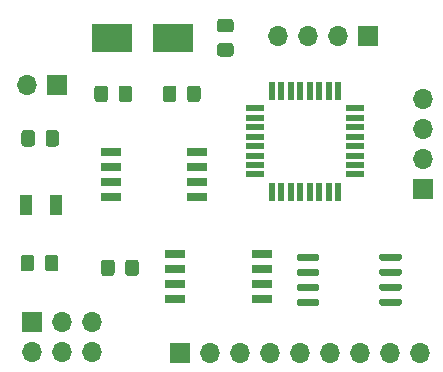
<source format=gts>
%TF.GenerationSoftware,KiCad,Pcbnew,(5.1.9)-1*%
%TF.CreationDate,2021-04-22T14:42:40+05:30*%
%TF.ProjectId,arduinoclone,61726475-696e-46f6-936c-6f6e652e6b69,v1*%
%TF.SameCoordinates,Original*%
%TF.FileFunction,Soldermask,Top*%
%TF.FilePolarity,Negative*%
%FSLAX46Y46*%
G04 Gerber Fmt 4.6, Leading zero omitted, Abs format (unit mm)*
G04 Created by KiCad (PCBNEW (5.1.9)-1) date 2021-04-22 14:42:40*
%MOMM*%
%LPD*%
G01*
G04 APERTURE LIST*
%ADD10R,1.700000X1.700000*%
%ADD11O,1.700000X1.700000*%
%ADD12R,1.700000X0.650000*%
%ADD13R,1.000000X1.800000*%
%ADD14R,3.500000X2.400000*%
%ADD15R,1.600000X0.550000*%
%ADD16R,0.550000X1.600000*%
G04 APERTURE END LIST*
%TO.C,U1*%
G36*
G01*
X145059600Y-97940000D02*
X145059600Y-97640000D01*
G75*
G02*
X145209600Y-97490000I150000J0D01*
G01*
X146809600Y-97490000D01*
G75*
G02*
X146959600Y-97640000I0J-150000D01*
G01*
X146959600Y-97940000D01*
G75*
G02*
X146809600Y-98090000I-150000J0D01*
G01*
X145209600Y-98090000D01*
G75*
G02*
X145059600Y-97940000I0J150000D01*
G01*
G37*
G36*
G01*
X145059600Y-99210000D02*
X145059600Y-98910000D01*
G75*
G02*
X145209600Y-98760000I150000J0D01*
G01*
X146809600Y-98760000D01*
G75*
G02*
X146959600Y-98910000I0J-150000D01*
G01*
X146959600Y-99210000D01*
G75*
G02*
X146809600Y-99360000I-150000J0D01*
G01*
X145209600Y-99360000D01*
G75*
G02*
X145059600Y-99210000I0J150000D01*
G01*
G37*
G36*
G01*
X145059600Y-100480000D02*
X145059600Y-100180000D01*
G75*
G02*
X145209600Y-100030000I150000J0D01*
G01*
X146809600Y-100030000D01*
G75*
G02*
X146959600Y-100180000I0J-150000D01*
G01*
X146959600Y-100480000D01*
G75*
G02*
X146809600Y-100630000I-150000J0D01*
G01*
X145209600Y-100630000D01*
G75*
G02*
X145059600Y-100480000I0J150000D01*
G01*
G37*
G36*
G01*
X145059600Y-101750000D02*
X145059600Y-101450000D01*
G75*
G02*
X145209600Y-101300000I150000J0D01*
G01*
X146809600Y-101300000D01*
G75*
G02*
X146959600Y-101450000I0J-150000D01*
G01*
X146959600Y-101750000D01*
G75*
G02*
X146809600Y-101900000I-150000J0D01*
G01*
X145209600Y-101900000D01*
G75*
G02*
X145059600Y-101750000I0J150000D01*
G01*
G37*
G36*
G01*
X152059600Y-101750000D02*
X152059600Y-101450000D01*
G75*
G02*
X152209600Y-101300000I150000J0D01*
G01*
X153809600Y-101300000D01*
G75*
G02*
X153959600Y-101450000I0J-150000D01*
G01*
X153959600Y-101750000D01*
G75*
G02*
X153809600Y-101900000I-150000J0D01*
G01*
X152209600Y-101900000D01*
G75*
G02*
X152059600Y-101750000I0J150000D01*
G01*
G37*
G36*
G01*
X152059600Y-100480000D02*
X152059600Y-100180000D01*
G75*
G02*
X152209600Y-100030000I150000J0D01*
G01*
X153809600Y-100030000D01*
G75*
G02*
X153959600Y-100180000I0J-150000D01*
G01*
X153959600Y-100480000D01*
G75*
G02*
X153809600Y-100630000I-150000J0D01*
G01*
X152209600Y-100630000D01*
G75*
G02*
X152059600Y-100480000I0J150000D01*
G01*
G37*
G36*
G01*
X152059600Y-99210000D02*
X152059600Y-98910000D01*
G75*
G02*
X152209600Y-98760000I150000J0D01*
G01*
X153809600Y-98760000D01*
G75*
G02*
X153959600Y-98910000I0J-150000D01*
G01*
X153959600Y-99210000D01*
G75*
G02*
X153809600Y-99360000I-150000J0D01*
G01*
X152209600Y-99360000D01*
G75*
G02*
X152059600Y-99210000I0J150000D01*
G01*
G37*
G36*
G01*
X152059600Y-97940000D02*
X152059600Y-97640000D01*
G75*
G02*
X152209600Y-97490000I150000J0D01*
G01*
X153809600Y-97490000D01*
G75*
G02*
X153959600Y-97640000I0J-150000D01*
G01*
X153959600Y-97940000D01*
G75*
G02*
X153809600Y-98090000I-150000J0D01*
G01*
X152209600Y-98090000D01*
G75*
G02*
X152059600Y-97940000I0J150000D01*
G01*
G37*
%TD*%
D10*
%TO.C,BT1*%
X124764800Y-83261200D03*
D11*
X122224800Y-83261200D03*
%TD*%
%TO.C,C1*%
G36*
G01*
X129981000Y-84422401D02*
X129981000Y-83522399D01*
G75*
G02*
X130230999Y-83272400I249999J0D01*
G01*
X130881001Y-83272400D01*
G75*
G02*
X131131000Y-83522399I0J-249999D01*
G01*
X131131000Y-84422401D01*
G75*
G02*
X130881001Y-84672400I-249999J0D01*
G01*
X130230999Y-84672400D01*
G75*
G02*
X129981000Y-84422401I0J249999D01*
G01*
G37*
G36*
G01*
X127931000Y-84422401D02*
X127931000Y-83522399D01*
G75*
G02*
X128180999Y-83272400I249999J0D01*
G01*
X128831001Y-83272400D01*
G75*
G02*
X129081000Y-83522399I0J-249999D01*
G01*
X129081000Y-84422401D01*
G75*
G02*
X128831001Y-84672400I-249999J0D01*
G01*
X128180999Y-84672400D01*
G75*
G02*
X127931000Y-84422401I0J249999D01*
G01*
G37*
%TD*%
%TO.C,C2*%
G36*
G01*
X136922200Y-83522399D02*
X136922200Y-84422401D01*
G75*
G02*
X136672201Y-84672400I-249999J0D01*
G01*
X136022199Y-84672400D01*
G75*
G02*
X135772200Y-84422401I0J249999D01*
G01*
X135772200Y-83522399D01*
G75*
G02*
X136022199Y-83272400I249999J0D01*
G01*
X136672201Y-83272400D01*
G75*
G02*
X136922200Y-83522399I0J-249999D01*
G01*
G37*
G36*
G01*
X134872200Y-83522399D02*
X134872200Y-84422401D01*
G75*
G02*
X134622201Y-84672400I-249999J0D01*
G01*
X133972199Y-84672400D01*
G75*
G02*
X133722200Y-84422401I0J249999D01*
G01*
X133722200Y-83522399D01*
G75*
G02*
X133972199Y-83272400I249999J0D01*
G01*
X134622201Y-83272400D01*
G75*
G02*
X134872200Y-83522399I0J-249999D01*
G01*
G37*
%TD*%
%TO.C,C3*%
G36*
G01*
X124942400Y-87281599D02*
X124942400Y-88181601D01*
G75*
G02*
X124692401Y-88431600I-249999J0D01*
G01*
X124042399Y-88431600D01*
G75*
G02*
X123792400Y-88181601I0J249999D01*
G01*
X123792400Y-87281599D01*
G75*
G02*
X124042399Y-87031600I249999J0D01*
G01*
X124692401Y-87031600D01*
G75*
G02*
X124942400Y-87281599I0J-249999D01*
G01*
G37*
G36*
G01*
X122892400Y-87281599D02*
X122892400Y-88181601D01*
G75*
G02*
X122642401Y-88431600I-249999J0D01*
G01*
X121992399Y-88431600D01*
G75*
G02*
X121742400Y-88181601I0J249999D01*
G01*
X121742400Y-87281599D01*
G75*
G02*
X121992399Y-87031600I249999J0D01*
G01*
X122642401Y-87031600D01*
G75*
G02*
X122892400Y-87281599I0J-249999D01*
G01*
G37*
%TD*%
%TO.C,D1*%
G36*
G01*
X128489800Y-99154401D02*
X128489800Y-98254399D01*
G75*
G02*
X128739799Y-98004400I249999J0D01*
G01*
X129389801Y-98004400D01*
G75*
G02*
X129639800Y-98254399I0J-249999D01*
G01*
X129639800Y-99154401D01*
G75*
G02*
X129389801Y-99404400I-249999J0D01*
G01*
X128739799Y-99404400D01*
G75*
G02*
X128489800Y-99154401I0J249999D01*
G01*
G37*
G36*
G01*
X130539800Y-99154401D02*
X130539800Y-98254399D01*
G75*
G02*
X130789799Y-98004400I249999J0D01*
G01*
X131439801Y-98004400D01*
G75*
G02*
X131689800Y-98254399I0J-249999D01*
G01*
X131689800Y-99154401D01*
G75*
G02*
X131439801Y-99404400I-249999J0D01*
G01*
X130789799Y-99404400D01*
G75*
G02*
X130539800Y-99154401I0J249999D01*
G01*
G37*
%TD*%
D10*
%TO.C,J1*%
X122631200Y-103276400D03*
D11*
X122631200Y-105816400D03*
X125171200Y-103276400D03*
X125171200Y-105816400D03*
X127711200Y-103276400D03*
X127711200Y-105816400D03*
%TD*%
D10*
%TO.C,J2*%
X135178800Y-105918000D03*
D11*
X137718800Y-105918000D03*
X140258800Y-105918000D03*
X142798800Y-105918000D03*
X145338800Y-105918000D03*
X147878800Y-105918000D03*
X150418800Y-105918000D03*
X152958800Y-105918000D03*
X155498800Y-105918000D03*
%TD*%
%TO.C,J3*%
X143510000Y-79044800D03*
X146050000Y-79044800D03*
X148590000Y-79044800D03*
D10*
X151130000Y-79044800D03*
%TD*%
%TO.C,J4*%
X155752800Y-92049600D03*
D11*
X155752800Y-89509600D03*
X155752800Y-86969600D03*
X155752800Y-84429600D03*
%TD*%
%TO.C,R1*%
G36*
G01*
X121682600Y-98748001D02*
X121682600Y-97847999D01*
G75*
G02*
X121932599Y-97598000I249999J0D01*
G01*
X122582601Y-97598000D01*
G75*
G02*
X122832600Y-97847999I0J-249999D01*
G01*
X122832600Y-98748001D01*
G75*
G02*
X122582601Y-98998000I-249999J0D01*
G01*
X121932599Y-98998000D01*
G75*
G02*
X121682600Y-98748001I0J249999D01*
G01*
G37*
G36*
G01*
X123732600Y-98748001D02*
X123732600Y-97847999D01*
G75*
G02*
X123982599Y-97598000I249999J0D01*
G01*
X124632601Y-97598000D01*
G75*
G02*
X124882600Y-97847999I0J-249999D01*
G01*
X124882600Y-98748001D01*
G75*
G02*
X124632601Y-98998000I-249999J0D01*
G01*
X123982599Y-98998000D01*
G75*
G02*
X123732600Y-98748001I0J249999D01*
G01*
G37*
%TD*%
%TO.C,R2*%
G36*
G01*
X138564199Y-79663600D02*
X139464201Y-79663600D01*
G75*
G02*
X139714200Y-79913599I0J-249999D01*
G01*
X139714200Y-80563601D01*
G75*
G02*
X139464201Y-80813600I-249999J0D01*
G01*
X138564199Y-80813600D01*
G75*
G02*
X138314200Y-80563601I0J249999D01*
G01*
X138314200Y-79913599D01*
G75*
G02*
X138564199Y-79663600I249999J0D01*
G01*
G37*
G36*
G01*
X138564199Y-77613600D02*
X139464201Y-77613600D01*
G75*
G02*
X139714200Y-77863599I0J-249999D01*
G01*
X139714200Y-78513601D01*
G75*
G02*
X139464201Y-78763600I-249999J0D01*
G01*
X138564199Y-78763600D01*
G75*
G02*
X138314200Y-78513601I0J249999D01*
G01*
X138314200Y-77863599D01*
G75*
G02*
X138564199Y-77613600I249999J0D01*
G01*
G37*
%TD*%
D12*
%TO.C,U2*%
X136593600Y-88874600D03*
X136593600Y-90144600D03*
X136593600Y-91414600D03*
X136593600Y-92684600D03*
X129293600Y-92684600D03*
X129293600Y-91414600D03*
X129293600Y-90144600D03*
X129293600Y-88874600D03*
%TD*%
%TO.C,U3*%
X134780000Y-97561400D03*
X134780000Y-98831400D03*
X134780000Y-100101400D03*
X134780000Y-101371400D03*
X142080000Y-101371400D03*
X142080000Y-100101400D03*
X142080000Y-98831400D03*
X142080000Y-97561400D03*
%TD*%
D13*
%TO.C,Y1*%
X122143200Y-93421200D03*
X124643200Y-93421200D03*
%TD*%
D14*
%TO.C,Y2*%
X134620000Y-79248000D03*
X129420000Y-79248000D03*
%TD*%
D15*
%TO.C,U4*%
X141512400Y-85192000D03*
X141512400Y-85992000D03*
X141512400Y-86792000D03*
X141512400Y-87592000D03*
X141512400Y-88392000D03*
X141512400Y-89192000D03*
X141512400Y-89992000D03*
X141512400Y-90792000D03*
D16*
X142962400Y-92242000D03*
X143762400Y-92242000D03*
X144562400Y-92242000D03*
X145362400Y-92242000D03*
X146162400Y-92242000D03*
X146962400Y-92242000D03*
X147762400Y-92242000D03*
X148562400Y-92242000D03*
D15*
X150012400Y-90792000D03*
X150012400Y-89992000D03*
X150012400Y-89192000D03*
X150012400Y-88392000D03*
X150012400Y-87592000D03*
X150012400Y-86792000D03*
X150012400Y-85992000D03*
X150012400Y-85192000D03*
D16*
X148562400Y-83742000D03*
X147762400Y-83742000D03*
X146962400Y-83742000D03*
X146162400Y-83742000D03*
X145362400Y-83742000D03*
X144562400Y-83742000D03*
X143762400Y-83742000D03*
X142962400Y-83742000D03*
%TD*%
M02*

</source>
